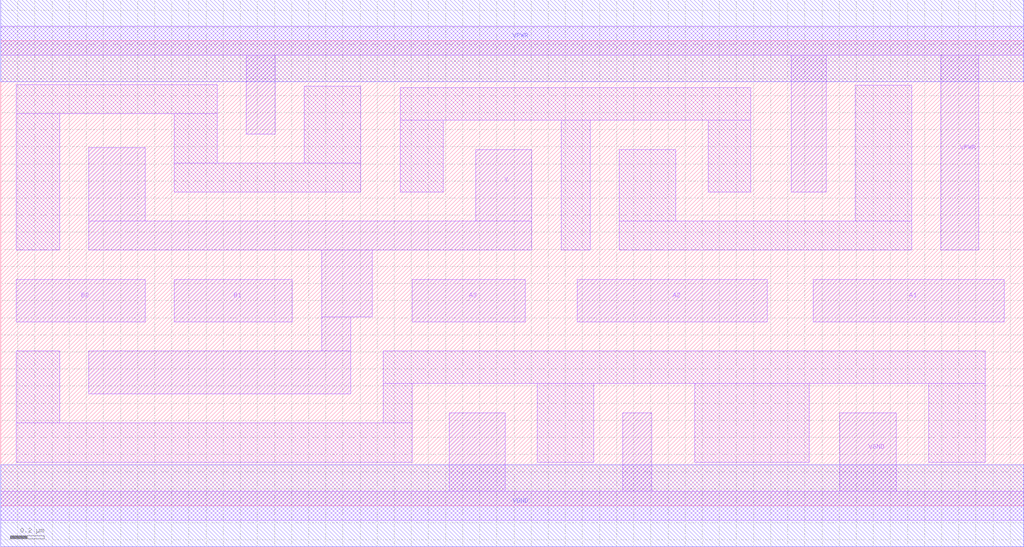
<source format=lef>
# Copyright 2020 The SkyWater PDK Authors
#
# Licensed under the Apache License, Version 2.0 (the "License");
# you may not use this file except in compliance with the License.
# You may obtain a copy of the License at
#
#     https://www.apache.org/licenses/LICENSE-2.0
#
# Unless required by applicable law or agreed to in writing, software
# distributed under the License is distributed on an "AS IS" BASIS,
# WITHOUT WARRANTIES OR CONDITIONS OF ANY KIND, either express or implied.
# See the License for the specific language governing permissions and
# limitations under the License.
#
# SPDX-License-Identifier: Apache-2.0

VERSION 5.5 ;
NAMESCASESENSITIVE ON ;
BUSBITCHARS "[]" ;
DIVIDERCHAR "/" ;
MACRO sky130_fd_sc_hd__o32ai_2
  CLASS CORE ;
  SOURCE USER ;
  ORIGIN  0.000000  0.000000 ;
  SIZE  5.980000 BY  2.720000 ;
  SYMMETRY X Y R90 ;
  SITE unithd ;
  PIN A1
    ANTENNAGATEAREA  0.495000 ;
    DIRECTION INPUT ;
    USE SIGNAL ;
    PORT
      LAYER li1 ;
        RECT 4.750000 1.075000 5.865000 1.325000 ;
    END
  END A1
  PIN A2
    ANTENNAGATEAREA  0.495000 ;
    DIRECTION INPUT ;
    USE SIGNAL ;
    PORT
      LAYER li1 ;
        RECT 3.370000 1.075000 4.480000 1.325000 ;
    END
  END A2
  PIN A3
    ANTENNAGATEAREA  0.495000 ;
    DIRECTION INPUT ;
    USE SIGNAL ;
    PORT
      LAYER li1 ;
        RECT 2.405000 1.075000 3.065000 1.325000 ;
    END
  END A3
  PIN B1
    ANTENNAGATEAREA  0.495000 ;
    DIRECTION INPUT ;
    USE SIGNAL ;
    PORT
      LAYER li1 ;
        RECT 1.015000 1.075000 1.705000 1.325000 ;
    END
  END B1
  PIN B2
    ANTENNAGATEAREA  0.495000 ;
    DIRECTION INPUT ;
    USE SIGNAL ;
    PORT
      LAYER li1 ;
        RECT 0.090000 1.075000 0.845000 1.325000 ;
    END
  END B2
  PIN Y
    ANTENNADIFFAREA  0.891000 ;
    DIRECTION OUTPUT ;
    USE SIGNAL ;
    PORT
      LAYER li1 ;
        RECT 0.515000 0.655000 2.045000 0.905000 ;
        RECT 0.515000 1.495000 3.105000 1.665000 ;
        RECT 0.515000 1.665000 0.845000 2.095000 ;
        RECT 1.875000 0.905000 2.045000 1.105000 ;
        RECT 1.875000 1.105000 2.170000 1.495000 ;
        RECT 2.775000 1.665000 3.105000 2.085000 ;
    END
  END Y
  PIN VGND
    DIRECTION INOUT ;
    SHAPE ABUTMENT ;
    USE GROUND ;
    PORT
      LAYER li1 ;
        RECT 0.000000 -0.085000 5.980000 0.085000 ;
        RECT 2.620000  0.085000 2.950000 0.545000 ;
        RECT 3.635000  0.085000 3.805000 0.545000 ;
        RECT 4.905000  0.085000 5.235000 0.545000 ;
    END
    PORT
      LAYER met1 ;
        RECT 0.000000 -0.240000 5.980000 0.240000 ;
    END
  END VGND
  PIN VNB
    DIRECTION INOUT ;
    USE GROUND ;
    PORT
    END
  END VNB
  PIN VPB
    DIRECTION INOUT ;
    USE POWER ;
    PORT
    END
  END VPB
  PIN VPWR
    DIRECTION INOUT ;
    SHAPE ABUTMENT ;
    USE POWER ;
    PORT
      LAYER li1 ;
        RECT 0.000000 2.635000 5.980000 2.805000 ;
        RECT 1.435000 2.175000 1.605000 2.635000 ;
        RECT 4.620000 1.835000 4.825000 2.635000 ;
        RECT 5.495000 1.495000 5.715000 2.635000 ;
    END
    PORT
      LAYER met1 ;
        RECT 0.000000 2.480000 5.980000 2.960000 ;
    END
  END VPWR
  OBS
    LAYER li1 ;
      RECT 0.090000 0.255000 2.405000 0.485000 ;
      RECT 0.090000 0.485000 0.345000 0.905000 ;
      RECT 0.090000 1.495000 0.345000 2.295000 ;
      RECT 0.090000 2.295000 1.265000 2.465000 ;
      RECT 1.015000 1.835000 2.105000 2.005000 ;
      RECT 1.015000 2.005000 1.265000 2.295000 ;
      RECT 1.775000 2.005000 2.105000 2.455000 ;
      RECT 2.235000 0.485000 2.405000 0.715000 ;
      RECT 2.235000 0.715000 5.755000 0.905000 ;
      RECT 2.335000 1.835000 2.585000 2.255000 ;
      RECT 2.335000 2.255000 4.385000 2.445000 ;
      RECT 3.135000 0.255000 3.465000 0.715000 ;
      RECT 3.275000 1.495000 3.445000 2.255000 ;
      RECT 3.615000 1.495000 5.325000 1.665000 ;
      RECT 3.615000 1.665000 3.945000 2.085000 ;
      RECT 4.055000 0.255000 4.725000 0.715000 ;
      RECT 4.135000 1.835000 4.385000 2.255000 ;
      RECT 4.995000 1.665000 5.325000 2.460000 ;
      RECT 5.425000 0.255000 5.755000 0.715000 ;
  END
END sky130_fd_sc_hd__o32ai_2
END LIBRARY

</source>
